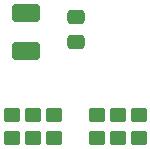
<source format=gbp>
G04 #@! TF.GenerationSoftware,KiCad,Pcbnew,6.0.9*
G04 #@! TF.CreationDate,2022-11-20T11:42:09+03:00*
G04 #@! TF.ProjectId,sd-card_adapter_esp32,73642d63-6172-4645-9f61-646170746572,rev?*
G04 #@! TF.SameCoordinates,Original*
G04 #@! TF.FileFunction,Paste,Bot*
G04 #@! TF.FilePolarity,Positive*
%FSLAX46Y46*%
G04 Gerber Fmt 4.6, Leading zero omitted, Abs format (unit mm)*
G04 Created by KiCad (PCBNEW 6.0.9) date 2022-11-20 11:42:09*
%MOMM*%
%LPD*%
G01*
G04 APERTURE LIST*
G04 Aperture macros list*
%AMRoundRect*
0 Rectangle with rounded corners*
0 $1 Rounding radius*
0 $2 $3 $4 $5 $6 $7 $8 $9 X,Y pos of 4 corners*
0 Add a 4 corners polygon primitive as box body*
4,1,4,$2,$3,$4,$5,$6,$7,$8,$9,$2,$3,0*
0 Add four circle primitives for the rounded corners*
1,1,$1+$1,$2,$3*
1,1,$1+$1,$4,$5*
1,1,$1+$1,$6,$7*
1,1,$1+$1,$8,$9*
0 Add four rect primitives between the rounded corners*
20,1,$1+$1,$2,$3,$4,$5,0*
20,1,$1+$1,$4,$5,$6,$7,0*
20,1,$1+$1,$6,$7,$8,$9,0*
20,1,$1+$1,$8,$9,$2,$3,0*%
G04 Aperture macros list end*
%ADD10RoundRect,0.250000X0.450000X-0.350000X0.450000X0.350000X-0.450000X0.350000X-0.450000X-0.350000X0*%
%ADD11RoundRect,0.250000X-0.475000X0.337500X-0.475000X-0.337500X0.475000X-0.337500X0.475000X0.337500X0*%
%ADD12RoundRect,0.250001X-0.924999X0.499999X-0.924999X-0.499999X0.924999X-0.499999X0.924999X0.499999X0*%
G04 APERTURE END LIST*
D10*
X116649996Y-75000000D03*
X116649996Y-73000000D03*
D11*
X111310000Y-64762500D03*
X111310000Y-66837500D03*
D12*
X107090000Y-64345000D03*
X107090000Y-67595000D03*
D10*
X114858330Y-75000000D03*
X114858330Y-73000000D03*
X109483332Y-75000000D03*
X109483332Y-73000000D03*
X105900000Y-75000000D03*
X105900000Y-73000000D03*
X107691666Y-75000000D03*
X107691666Y-73000000D03*
X113066664Y-75000000D03*
X113066664Y-73000000D03*
M02*

</source>
